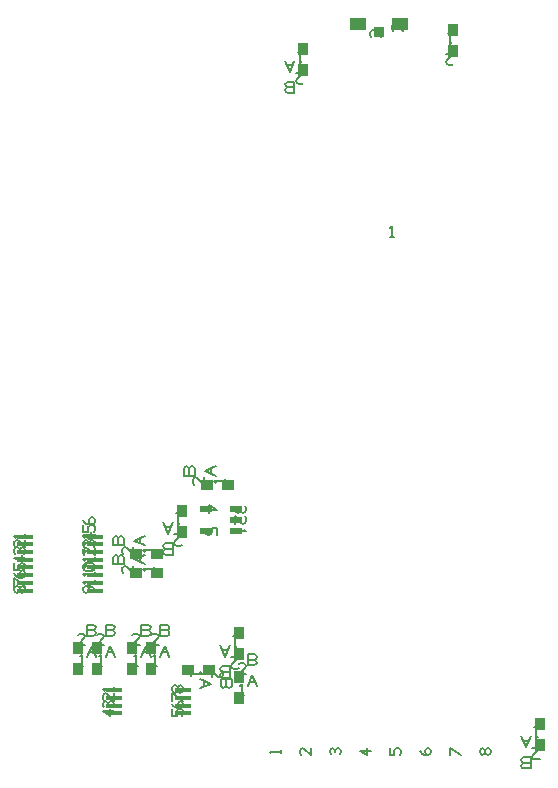
<source format=gbr>
G04 DesignSpark PCB PRO Gerber Version 10.0 Build 5299*
G04 #@! TF.Part,Single*
G04 #@! TF.FileFunction,Paste,Top*
G04 #@! TF.FilePolarity,Positive*
%FSLAX35Y35*%
%MOIN*%
G04 #@! TA.AperFunction,SMDPad,CuDef*
%ADD118R,0.03543X0.03898*%
%ADD117R,0.03189X0.03189*%
G04 #@! TD.AperFunction*
%ADD18C,0.00500*%
G04 #@! TA.AperFunction,SMDPad,CuDef*
%ADD150R,0.05630X0.01594*%
%ADD151R,0.04488X0.02126*%
%ADD115R,0.03898X0.03543*%
%ADD116R,0.05472X0.03898*%
G04 #@! TD.AperFunction*
X0Y0D02*
D02*
D18*
X22333Y71804D02*
Y72429D01*
X22020Y73054D01*
X21396Y73366D01*
X20770Y73054D01*
X20458Y72429D01*
Y71804D01*
X20770Y71179D01*
X21396Y70866D01*
X22020Y71179D01*
X22333Y71804D01*
X22646Y71179D01*
X23270Y70866D01*
X23896Y71179D01*
X24208Y71804D01*
Y72429D01*
X23896Y73054D01*
X23270Y73366D01*
X22646Y73054D01*
X22333Y72429D01*
X24208Y73425D02*
X20458Y75925D01*
Y73425D01*
X23270Y75984D02*
X22646Y76297D01*
X22333Y76922D01*
Y77547D01*
X22646Y78172D01*
X23270Y78484D01*
X23896Y78172D01*
X24208Y77547D01*
Y76922D01*
X23896Y76297D01*
X23270Y75984D01*
X22333D01*
X21396Y76297D01*
X20770Y76922D01*
X20458Y77547D01*
X23896Y78543D02*
X24208Y79169D01*
Y80106D01*
X23896Y80731D01*
X23270Y81043D01*
X22958D01*
X22333Y80731D01*
X22020Y80106D01*
Y78543D01*
X20458D01*
Y81043D01*
X24208Y82665D02*
X20458D01*
X22958Y81102D01*
Y83602D01*
X23896Y83974D02*
X24208Y84599D01*
Y85224D01*
X23896Y85849D01*
X23270Y86161D01*
X22646Y85849D01*
X22333Y85224D01*
Y84599D01*
Y85224D02*
X22020Y85849D01*
X21396Y86161D01*
X20770Y85849D01*
X20458Y85224D01*
Y84599D01*
X20770Y83974D01*
X24208Y88720D02*
Y86220D01*
X22020Y88408D01*
X21396Y88720D01*
X20770Y88408D01*
X20458Y87783D01*
Y86846D01*
X20770Y86220D01*
X24208Y89405D02*
Y90655D01*
Y90030D02*
X20458D01*
X21083Y89405D01*
X42357Y46650D02*
X43607D01*
X42982D02*
Y50400D01*
X42357Y49775D01*
X44232Y53650D02*
X41732D01*
X43920Y55838D01*
X44232Y56463D01*
X43920Y57088D01*
X43295Y57400D01*
X42357D01*
X41732Y57088D01*
X44732Y49650D02*
X46295Y53400D01*
X47857Y49650D01*
X45357Y51213D02*
X47232D01*
X46920Y58525D02*
X47545Y58213D01*
X47857Y57588D01*
X47545Y56963D01*
X46920Y56650D01*
X44732D01*
Y60400D01*
X46920D01*
X47545Y60088D01*
X47857Y59463D01*
X47545Y58838D01*
X46920Y58525D01*
X44732D01*
X48657Y46650D02*
X49907D01*
X49281D02*
Y50400D01*
X48657Y49775D01*
X50531Y53650D02*
X48031D01*
X50219Y55838D01*
X50531Y56463D01*
X50219Y57088D01*
X49594Y57400D01*
X48657D01*
X48031Y57088D01*
X47342Y71804D02*
X47030Y72429D01*
X46404Y73054D01*
X45467Y73366D01*
X44530D01*
X43904Y73054D01*
X43592Y72429D01*
Y71804D01*
X43904Y71179D01*
X44530Y70866D01*
X45154Y71179D01*
X45467Y71804D01*
Y72429D01*
X45154Y73054D01*
X44530Y73366D01*
X47342Y74050D02*
Y75300D01*
Y74675D02*
X43592D01*
X44217Y74050D01*
X47030Y78738D02*
X47342Y79363D01*
Y79988D01*
X47030Y80613D01*
X46404Y80925D01*
X44530D01*
X43904Y80613D01*
X43592Y79988D01*
Y79363D01*
X43904Y78738D01*
X44530Y78425D01*
X46404D01*
X47030Y78738D01*
X43904Y80613D01*
X47342Y76609D02*
Y77859D01*
Y77234D02*
X43592D01*
X44217Y76609D01*
X47342Y81609D02*
Y82859D01*
Y82234D02*
X43592D01*
X44217Y81609D01*
X47342Y79169D02*
Y80419D01*
Y79793D02*
X43592D01*
X44217Y79169D01*
X47342Y86043D02*
Y83543D01*
X45154Y85731D01*
X44530Y86043D01*
X43904Y85731D01*
X43592Y85106D01*
Y84169D01*
X43904Y83543D01*
X47342Y81728D02*
Y82978D01*
Y82352D02*
X43592D01*
X44217Y81728D01*
X47030Y86415D02*
X47342Y87040D01*
Y87665D01*
X47030Y88290D01*
X46404Y88602D01*
X45780Y88290D01*
X45467Y87665D01*
Y87040D01*
Y87665D02*
X45154Y88290D01*
X44530Y88602D01*
X43904Y88290D01*
X43592Y87665D01*
Y87040D01*
X43904Y86415D01*
X47342Y84287D02*
Y85537D01*
Y84911D02*
X43592D01*
X44217Y84287D01*
X47342Y90224D02*
X43592D01*
X46092Y88661D01*
Y91161D01*
X47342Y86846D02*
Y88096D01*
Y87470D02*
X43592D01*
X44217Y86846D01*
X47030Y91220D02*
X47342Y91846D01*
Y92783D01*
X47030Y93408D01*
X46404Y93720D01*
X46092D01*
X45467Y93408D01*
X45154Y92783D01*
Y91220D01*
X43592D01*
Y93720D01*
X47342Y89405D02*
Y90655D01*
Y90030D02*
X43592D01*
X44217Y89405D01*
X46404Y93780D02*
X45780Y94092D01*
X45467Y94717D01*
Y95342D01*
X45780Y95967D01*
X46404Y96280D01*
X47030Y95967D01*
X47342Y95342D01*
Y94717D01*
X47030Y94092D01*
X46404Y93780D01*
X45467D01*
X44530Y94092D01*
X43904Y94717D01*
X43592Y95342D01*
X51031Y49650D02*
X52594Y53400D01*
X54157Y49650D01*
X51657Y51213D02*
X53531D01*
X53219Y58525D02*
X53844Y58213D01*
X54157Y57588D01*
X53844Y56963D01*
X53219Y56650D01*
X51031D01*
Y60400D01*
X53219D01*
X53844Y60088D01*
X54157Y59463D01*
X53844Y58838D01*
X53219Y58525D01*
X51031D01*
X53736Y31484D02*
X49986D01*
X52486Y29921D01*
Y32421D01*
X53423Y32793D02*
X53736Y33418D01*
Y34043D01*
X53423Y34668D01*
X52798Y34980D01*
X52173Y34668D01*
X51861Y34043D01*
Y33418D01*
Y34043D02*
X51548Y34668D01*
X50923Y34980D01*
X50298Y34668D01*
X49986Y34043D01*
Y33418D01*
X50298Y32793D01*
X53736Y37539D02*
Y35039D01*
X51548Y37227D01*
X50923Y37539D01*
X50298Y37227D01*
X49986Y36602D01*
Y35665D01*
X50298Y35039D01*
X53736Y38224D02*
Y39474D01*
Y38848D02*
X49986D01*
X50611Y38224D01*
X55254Y82746D02*
X55567Y83372D01*
X56192Y83684D01*
X56817Y83372D01*
X57130Y82746D01*
Y80559D01*
X53380D01*
Y82746D01*
X53692Y83372D01*
X54317Y83684D01*
X54942Y83372D01*
X55254Y82746D01*
Y80559D01*
Y89046D02*
X55567Y89671D01*
X56192Y89983D01*
X56817Y89671D01*
X57130Y89046D01*
Y86858D01*
X53380D01*
Y89046D01*
X53692Y89671D01*
X54317Y89983D01*
X54942Y89671D01*
X55254Y89046D01*
Y86858D01*
X60468Y46650D02*
X61718D01*
X61093D02*
Y50400D01*
X60468Y49775D01*
X62343Y53650D02*
X59843D01*
X62030Y55838D01*
X62343Y56463D01*
X62030Y57088D01*
X61405Y57400D01*
X60468D01*
X59843Y57088D01*
X60130Y80059D02*
Y77559D01*
X57942Y79746D01*
X57317Y80059D01*
X56692Y79746D01*
X56380Y79122D01*
Y78184D01*
X56692Y77559D01*
X60130Y86358D02*
Y83858D01*
X57942Y86046D01*
X57317Y86358D01*
X56692Y86046D01*
X56380Y85421D01*
Y84483D01*
X56692Y83858D01*
X62843Y49650D02*
X64405Y53400D01*
X65968Y49650D01*
X63468Y51213D02*
X65343D01*
X65030Y58525D02*
X65655Y58213D01*
X65968Y57588D01*
X65655Y56963D01*
X65030Y56650D01*
X62843D01*
Y60400D01*
X65030D01*
X65655Y60088D01*
X65968Y59463D01*
X65655Y58838D01*
X65030Y58525D01*
X62843D01*
X64130Y80559D02*
X60380Y82122D01*
X64130Y83684D01*
X62567Y81184D02*
Y83059D01*
X64130Y86858D02*
X60380Y88421D01*
X64130Y89983D01*
X62567Y87483D02*
Y89358D01*
X66767Y46650D02*
X68017D01*
X67392D02*
Y50400D01*
X66767Y49775D01*
X68642Y53650D02*
X66142D01*
X68329Y55838D01*
X68642Y56463D01*
X68329Y57088D01*
X67704Y57400D01*
X66767D01*
X66142Y57088D01*
X67130Y78184D02*
Y79434D01*
Y78809D02*
X63380D01*
X64004Y78184D01*
X67130Y84483D02*
Y85733D01*
Y85108D02*
X63380D01*
X64004Y84483D01*
X69142Y49650D02*
X70704Y53400D01*
X72267Y49650D01*
X69767Y51213D02*
X71642D01*
X71329Y58525D02*
X71954Y58213D01*
X72267Y57588D01*
X71954Y56963D01*
X71329Y56650D01*
X69142D01*
Y60400D01*
X71329D01*
X71954Y60088D01*
X72267Y59463D01*
X71954Y58838D01*
X71329Y58525D01*
X69142D01*
X71191Y85569D02*
X70565Y85882D01*
X70253Y86507D01*
X70565Y87132D01*
X71191Y87444D01*
X73378D01*
Y83694D01*
X71191D01*
X70565Y84007D01*
X70253Y84632D01*
X70565Y85257D01*
X71191Y85569D01*
X73378D01*
Y94444D02*
X71815Y90694D01*
X70253Y94444D01*
X72753Y92882D02*
X70878D01*
X73878Y90444D02*
X76378D01*
X74191Y88257D01*
X73878Y87632D01*
X74191Y87007D01*
X74815Y86694D01*
X75753D01*
X76378Y87007D01*
X75753Y97444D02*
X74503D01*
X75128D02*
Y93694D01*
X75753Y94319D01*
X76557Y29921D02*
X76870Y30546D01*
Y31484D01*
X76557Y32109D01*
X75932Y32421D01*
X75620D01*
X74994Y32109D01*
X74682Y31484D01*
Y29921D01*
X73120D01*
Y32421D01*
X75932Y32480D02*
X75307Y32793D01*
X74994Y33418D01*
Y34043D01*
X75307Y34668D01*
X75932Y34980D01*
X76557Y34668D01*
X76870Y34043D01*
Y33418D01*
X76557Y32793D01*
X75932Y32480D01*
X74994D01*
X74057Y32793D01*
X73432Y33418D01*
X73120Y34043D01*
X76870Y35039D02*
X73120Y37539D01*
Y35039D01*
X74994Y38536D02*
Y39161D01*
X74682Y39786D01*
X74057Y40098D01*
X73432Y39786D01*
X73120Y39161D01*
Y38536D01*
X73432Y37911D01*
X74057Y37598D01*
X74682Y37911D01*
X74994Y38536D01*
X75307Y37911D01*
X75932Y37598D01*
X76557Y37911D01*
X76870Y38536D01*
Y39161D01*
X76557Y39786D01*
X75932Y40098D01*
X75307Y39786D01*
X74994Y39161D01*
X79327Y44650D02*
Y43400D01*
Y44026D02*
X83077D01*
X82452Y44650D01*
X82327Y42276D02*
X86077Y40713D01*
X82327Y39150D01*
X83890Y41650D02*
Y39776D01*
X78876Y112274D02*
X79189Y112899D01*
X79814Y113212D01*
X80439Y112899D01*
X80752Y112274D01*
Y110087D01*
X77002D01*
Y112274D01*
X77314Y112899D01*
X77939Y113212D01*
X78564Y112899D01*
X78876Y112274D01*
Y110087D01*
X84518Y92717D02*
X84205Y92091D01*
Y91154D01*
X84518Y90529D01*
X85143Y90217D01*
X85455D01*
X86080Y90529D01*
X86393Y91154D01*
Y92717D01*
X87955D01*
Y90217D01*
X84205Y98634D02*
X87955D01*
X85455Y100197D01*
Y97697D01*
X83752Y109587D02*
Y107087D01*
X81564Y109274D01*
X80939Y109587D01*
X80314Y109274D01*
X80002Y108649D01*
Y107712D01*
X80314Y107087D01*
X86327Y42776D02*
Y45276D01*
X88515Y43088D01*
X89140Y42776D01*
X89765Y43088D01*
X90077Y43713D01*
Y44650D01*
X89765Y45276D01*
X91202Y40088D02*
X90890Y39463D01*
X90265Y39150D01*
X89640Y39463D01*
X89327Y40088D01*
Y42276D01*
X93077D01*
Y40088D01*
X92765Y39463D01*
X92140Y39150D01*
X91515Y39463D01*
X91202Y40088D01*
Y42276D01*
X87752Y110087D02*
X84002Y111649D01*
X87752Y113212D01*
X86189Y110712D02*
Y112587D01*
X90752Y107712D02*
Y108962D01*
Y108337D02*
X87002D01*
X87626Y107712D01*
X90088Y44624D02*
X89463Y44937D01*
X89150Y45562D01*
X89463Y46187D01*
X90088Y46500D01*
X92276D01*
Y42750D01*
X90088D01*
X89463Y43062D01*
X89150Y43687D01*
X89463Y44312D01*
X90088Y44624D01*
X92276D01*
Y53500D02*
X90713Y49750D01*
X89150Y53500D01*
X91650Y51937D02*
X89776D01*
X94048Y92091D02*
Y90841D01*
Y91467D02*
X97798D01*
X97173Y92091D01*
X94048Y93957D02*
Y96457D01*
X96235Y94269D01*
X96860Y93957D01*
X97485Y94269D01*
X97798Y94894D01*
Y95831D01*
X97485Y96457D01*
X94360Y99884D02*
X94048Y99259D01*
Y98634D01*
X94360Y98009D01*
X94985Y97697D01*
X95610Y98009D01*
X95923Y98634D01*
Y99259D01*
Y98634D02*
X96235Y98009D01*
X96860Y97697D01*
X97485Y98009D01*
X97798Y98634D01*
Y99259D01*
X97485Y99884D01*
X95901Y36807D02*
X97151D01*
X96526D02*
Y40557D01*
X95901Y39933D01*
X97776Y43807D02*
X95276D01*
X97463Y45995D01*
X97776Y46620D01*
X97463Y47245D01*
X96838Y47557D01*
X95901D01*
X95276Y47245D01*
X92776Y49500D02*
X95276D01*
X93088Y47312D01*
X92776Y46687D01*
X93088Y46062D01*
X93713Y45750D01*
X94650D01*
X95276Y46062D01*
X94650Y56500D02*
X93400D01*
X94026D02*
Y52750D01*
X94650Y53374D01*
X98276Y39807D02*
X99838Y43557D01*
X101401Y39807D01*
X98901Y41370D02*
X100776D01*
X100463Y48683D02*
X101088Y48370D01*
X101401Y47745D01*
X101088Y47120D01*
X100463Y46807D01*
X98276D01*
Y50557D01*
X100463D01*
X101088Y50245D01*
X101401Y49620D01*
X101088Y48995D01*
X100463Y48683D01*
X98276D01*
X109397Y17456D02*
Y18706D01*
Y18081D02*
X105647D01*
X106272Y17456D01*
X111742Y239506D02*
X111117Y239819D01*
X110804Y240444D01*
X111117Y241069D01*
X111742Y241381D01*
X113929D01*
Y237631D01*
X111742D01*
X111117Y237944D01*
X110804Y238569D01*
X111117Y239194D01*
X111742Y239506D01*
X113929D01*
Y248381D02*
X112367Y244631D01*
X110804Y248381D01*
X113304Y246819D02*
X111429D01*
X114429Y244381D02*
X116929D01*
X114742Y242194D01*
X114429Y241569D01*
X114742Y240944D01*
X115367Y240631D01*
X116304D01*
X116929Y240944D01*
X116304Y251381D02*
X115054D01*
X115679D02*
Y247631D01*
X116304Y248256D01*
X119397Y19331D02*
Y16831D01*
X117209Y19018D01*
X116585Y19331D01*
X115959Y19018D01*
X115647Y18393D01*
Y17456D01*
X115959Y16831D01*
X129085Y17143D02*
X129397Y17768D01*
Y18393D01*
X129085Y19018D01*
X128459Y19331D01*
X127835Y19018D01*
X127522Y18393D01*
Y17768D01*
Y18393D02*
X127209Y19018D01*
X126585Y19331D01*
X125959Y19018D01*
X125647Y18393D01*
Y17768D01*
X125959Y17143D01*
X136464Y258893D02*
Y260143D01*
Y259518D02*
X132714D01*
X133339Y258893D01*
X139397Y18393D02*
X135647D01*
X138147Y16831D01*
Y19331D01*
X142648Y256415D02*
X142960Y257040D01*
Y257665D01*
X142648Y258290D01*
X142022Y258602D01*
X141398Y258290D01*
X141085Y257665D01*
Y257040D01*
Y257665D02*
X140772Y258290D01*
X140148Y258602D01*
X139522Y258290D01*
X139210Y257665D01*
Y257040D01*
X139522Y256415D01*
X145761Y189433D02*
X147011D01*
X146386D02*
Y193183D01*
X145761Y192559D01*
X149085Y16831D02*
X149397Y17456D01*
Y18393D01*
X149085Y19018D01*
X148459Y19331D01*
X148147D01*
X147522Y19018D01*
X147209Y18393D01*
Y16831D01*
X145647D01*
Y19331D01*
X150244Y260768D02*
Y258268D01*
X148056Y260455D01*
X147431Y260768D01*
X146806Y260455D01*
X146494Y259830D01*
Y258893D01*
X146806Y258268D01*
X158459Y16831D02*
X157835Y17143D01*
X157522Y17768D01*
Y18393D01*
X157835Y19018D01*
X158459Y19331D01*
X159085Y19018D01*
X159397Y18393D01*
Y17768D01*
X159085Y17143D01*
X158459Y16831D01*
X157522D01*
X156585Y17143D01*
X155959Y17768D01*
X155647Y18393D01*
X164429Y250681D02*
X166929D01*
X164742Y248493D01*
X164429Y247868D01*
X164742Y247243D01*
X165367Y246931D01*
X166304D01*
X166929Y247243D01*
X166304Y257681D02*
X165054D01*
X165679D02*
Y253931D01*
X166304Y254556D01*
X169397Y16831D02*
X165647Y19331D01*
Y16831D01*
X177522Y17768D02*
Y18393D01*
X177209Y19018D01*
X176585Y19331D01*
X175959Y19018D01*
X175647Y18393D01*
Y17768D01*
X175959Y17143D01*
X176585Y16831D01*
X177209Y17143D01*
X177522Y17768D01*
X177835Y17143D01*
X178459Y16831D01*
X179085Y17143D01*
X179397Y17768D01*
Y18393D01*
X179085Y19018D01*
X178459Y19331D01*
X177835Y19018D01*
X177522Y18393D01*
X190482Y14309D02*
X189857Y14622D01*
X189544Y15247D01*
X189857Y15872D01*
X190482Y16185D01*
X192669D01*
Y12435D01*
X190482D01*
X189857Y12747D01*
X189544Y13372D01*
X189857Y13997D01*
X190482Y14309D01*
X192669D01*
Y23185D02*
X191107Y19435D01*
X189544Y23185D01*
X192044Y21622D02*
X190169D01*
X193169Y19185D02*
X195669D01*
X193482Y16997D01*
X193169Y16372D01*
X193482Y15747D01*
X194107Y15435D01*
X195044D01*
X195669Y15747D01*
X195044Y26185D02*
X193794D01*
X194419D02*
Y22435D01*
X195044Y23059D01*
D02*
D115*
X61067Y77559D03*
Y83858D03*
X68067Y77559D03*
Y83858D03*
X78390Y45276D03*
X84689Y107087D03*
X85390Y45276D03*
X91689Y107087D03*
D02*
D116*
X135236Y260433D03*
X149016D03*
D02*
D117*
X142126Y257874D03*
D02*
D118*
X41732Y45713D03*
Y52713D03*
X48031Y45713D03*
Y52713D03*
X59843Y45713D03*
Y52713D03*
X66142Y45713D03*
Y52713D03*
X76378Y91382D03*
Y98382D03*
X95276Y35870D03*
Y42870D03*
Y50437D03*
Y57437D03*
X116929Y245319D03*
Y252319D03*
X166929Y251618D03*
Y258618D03*
X195669Y20122D03*
Y27122D03*
D02*
D150*
X24260Y71752D03*
Y74311D03*
Y76870D03*
Y79429D03*
Y81988D03*
Y84547D03*
Y87106D03*
Y89665D03*
X47394Y71752D03*
Y74311D03*
Y76870D03*
Y79429D03*
Y81988D03*
Y84547D03*
Y87106D03*
Y89665D03*
X53787Y30807D03*
Y33366D03*
Y35925D03*
Y38484D03*
X76921Y30807D03*
Y33366D03*
Y35925D03*
Y38484D03*
D02*
D151*
X84449Y91535D03*
Y99016D03*
X94291Y91535D03*
Y95276D03*
Y99016D03*
X0Y0D02*
M02*

</source>
